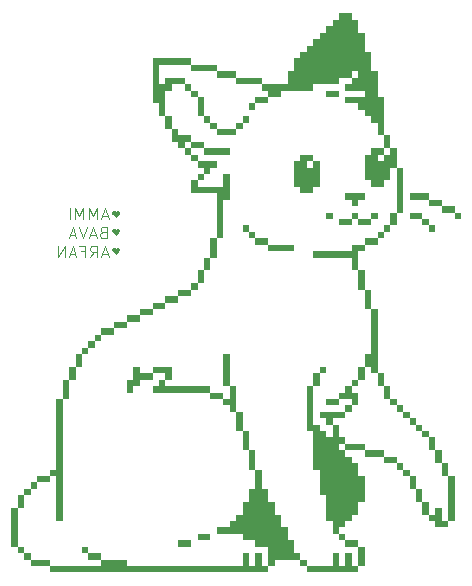
<source format=gbr>
%TF.GenerationSoftware,KiCad,Pcbnew,9.0.3*%
%TF.CreationDate,2025-08-02T05:31:17+05:30*%
%TF.ProjectId,coolbuildpathfinder,636f6f6c-6275-4696-9c64-706174686669,rev?*%
%TF.SameCoordinates,Original*%
%TF.FileFunction,Legend,Bot*%
%TF.FilePolarity,Positive*%
%FSLAX46Y46*%
G04 Gerber Fmt 4.6, Leading zero omitted, Abs format (unit mm)*
G04 Created by KiCad (PCBNEW 9.0.3) date 2025-08-02 05:31:17*
%MOMM*%
%LPD*%
G01*
G04 APERTURE LIST*
%ADD10C,0.125000*%
%ADD11C,0.000000*%
G04 APERTURE END LIST*
D10*
X136127287Y-91165516D02*
X135651097Y-91165516D01*
X136222525Y-91451231D02*
X135889192Y-90451231D01*
X135889192Y-90451231D02*
X135555859Y-91451231D01*
X135222525Y-91451231D02*
X135222525Y-90451231D01*
X135222525Y-90451231D02*
X134889192Y-91165516D01*
X134889192Y-91165516D02*
X134555859Y-90451231D01*
X134555859Y-90451231D02*
X134555859Y-91451231D01*
X134079668Y-91451231D02*
X134079668Y-90451231D01*
X134079668Y-90451231D02*
X133746335Y-91165516D01*
X133746335Y-91165516D02*
X133413002Y-90451231D01*
X133413002Y-90451231D02*
X133413002Y-91451231D01*
X132936811Y-91451231D02*
X132936811Y-90451231D01*
X135746335Y-92537365D02*
X135603478Y-92584984D01*
X135603478Y-92584984D02*
X135555859Y-92632603D01*
X135555859Y-92632603D02*
X135508240Y-92727841D01*
X135508240Y-92727841D02*
X135508240Y-92870698D01*
X135508240Y-92870698D02*
X135555859Y-92965936D01*
X135555859Y-92965936D02*
X135603478Y-93013556D01*
X135603478Y-93013556D02*
X135698716Y-93061175D01*
X135698716Y-93061175D02*
X136079668Y-93061175D01*
X136079668Y-93061175D02*
X136079668Y-92061175D01*
X136079668Y-92061175D02*
X135746335Y-92061175D01*
X135746335Y-92061175D02*
X135651097Y-92108794D01*
X135651097Y-92108794D02*
X135603478Y-92156413D01*
X135603478Y-92156413D02*
X135555859Y-92251651D01*
X135555859Y-92251651D02*
X135555859Y-92346889D01*
X135555859Y-92346889D02*
X135603478Y-92442127D01*
X135603478Y-92442127D02*
X135651097Y-92489746D01*
X135651097Y-92489746D02*
X135746335Y-92537365D01*
X135746335Y-92537365D02*
X136079668Y-92537365D01*
X135127287Y-92775460D02*
X134651097Y-92775460D01*
X135222525Y-93061175D02*
X134889192Y-92061175D01*
X134889192Y-92061175D02*
X134555859Y-93061175D01*
X134365382Y-92061175D02*
X134032049Y-93061175D01*
X134032049Y-93061175D02*
X133698716Y-92061175D01*
X133413001Y-92775460D02*
X132936811Y-92775460D01*
X133508239Y-93061175D02*
X133174906Y-92061175D01*
X133174906Y-92061175D02*
X132841573Y-93061175D01*
X136127287Y-94385404D02*
X135651097Y-94385404D01*
X136222525Y-94671119D02*
X135889192Y-93671119D01*
X135889192Y-93671119D02*
X135555859Y-94671119D01*
X134651097Y-94671119D02*
X134984430Y-94194928D01*
X135222525Y-94671119D02*
X135222525Y-93671119D01*
X135222525Y-93671119D02*
X134841573Y-93671119D01*
X134841573Y-93671119D02*
X134746335Y-93718738D01*
X134746335Y-93718738D02*
X134698716Y-93766357D01*
X134698716Y-93766357D02*
X134651097Y-93861595D01*
X134651097Y-93861595D02*
X134651097Y-94004452D01*
X134651097Y-94004452D02*
X134698716Y-94099690D01*
X134698716Y-94099690D02*
X134746335Y-94147309D01*
X134746335Y-94147309D02*
X134841573Y-94194928D01*
X134841573Y-94194928D02*
X135222525Y-94194928D01*
X133889192Y-94147309D02*
X134222525Y-94147309D01*
X134222525Y-94671119D02*
X134222525Y-93671119D01*
X134222525Y-93671119D02*
X133746335Y-93671119D01*
X133413001Y-94385404D02*
X132936811Y-94385404D01*
X133508239Y-94671119D02*
X133174906Y-93671119D01*
X133174906Y-93671119D02*
X132841573Y-94671119D01*
X132508239Y-94671119D02*
X132508239Y-93671119D01*
X132508239Y-93671119D02*
X131936811Y-94671119D01*
X131936811Y-94671119D02*
X131936811Y-93671119D01*
D11*
%TO.C,G\u002A\u002A\u002A*%
G36*
X136848976Y-92283146D02*
G01*
X136848976Y-92321414D01*
X136887244Y-92321414D01*
X136925513Y-92321414D01*
X136925513Y-92283146D01*
X136925513Y-92244877D01*
X137037766Y-92244877D01*
X137150020Y-92244877D01*
X137150020Y-92283146D01*
X137150020Y-92321414D01*
X137188289Y-92321414D01*
X137226557Y-92321414D01*
X137226557Y-92433668D01*
X137226557Y-92545922D01*
X137188289Y-92545922D01*
X137150020Y-92545922D01*
X137150020Y-92584190D01*
X137150020Y-92622459D01*
X137114303Y-92622459D01*
X137078586Y-92622459D01*
X137078586Y-92658176D01*
X137078586Y-92693893D01*
X137040318Y-92693893D01*
X137002049Y-92693893D01*
X137002049Y-92732161D01*
X137002049Y-92770430D01*
X136963781Y-92770430D01*
X136925513Y-92770430D01*
X136925513Y-92808698D01*
X136925513Y-92846967D01*
X136887244Y-92846967D01*
X136848976Y-92846967D01*
X136848976Y-92808698D01*
X136848976Y-92770430D01*
X136813259Y-92770430D01*
X136777542Y-92770430D01*
X136777542Y-92732161D01*
X136777542Y-92693893D01*
X136739273Y-92693893D01*
X136701005Y-92693893D01*
X136701005Y-92658176D01*
X136701005Y-92622459D01*
X136662736Y-92622459D01*
X136624468Y-92622459D01*
X136624468Y-92584190D01*
X136624468Y-92545922D01*
X136588751Y-92545922D01*
X136553034Y-92545922D01*
X136553034Y-92433668D01*
X136553034Y-92321414D01*
X136588751Y-92321414D01*
X136624468Y-92321414D01*
X136624468Y-92283146D01*
X136624468Y-92244877D01*
X136736722Y-92244877D01*
X136848976Y-92244877D01*
X136848976Y-92283146D01*
G37*
G36*
X129074565Y-115358500D02*
G01*
X129074565Y-115902543D01*
X128802544Y-115902543D01*
X128530522Y-115902543D01*
X128530522Y-115358500D01*
X128530522Y-114814458D01*
X128802544Y-114814458D01*
X129074565Y-114814458D01*
X129074565Y-115358500D01*
G37*
G36*
X129618608Y-114542436D02*
G01*
X129618608Y-114814458D01*
X129346586Y-114814458D01*
X129074565Y-114814458D01*
X129074565Y-114542436D01*
X129074565Y-114270415D01*
X129346586Y-114270415D01*
X129618608Y-114270415D01*
X129618608Y-114542436D01*
G37*
G36*
X130162651Y-113998393D02*
G01*
X130162651Y-114270415D01*
X129890629Y-114270415D01*
X129618608Y-114270415D01*
X129618608Y-113998393D01*
X129618608Y-113726372D01*
X129890629Y-113726372D01*
X130162651Y-113726372D01*
X130162651Y-113998393D01*
G37*
G36*
X131250736Y-113454350D02*
G01*
X131250736Y-113726372D01*
X130706694Y-113726372D01*
X130162651Y-113726372D01*
X130162651Y-113454350D01*
X130162651Y-113182329D01*
X130706694Y-113182329D01*
X131250736Y-113182329D01*
X131250736Y-113454350D01*
G37*
G36*
X132882865Y-105837751D02*
G01*
X132882865Y-106653815D01*
X132610843Y-106653815D01*
X132338822Y-106653815D01*
X132338822Y-105837751D01*
X132338822Y-105021686D01*
X132610843Y-105021686D01*
X132882865Y-105021686D01*
X132882865Y-105837751D01*
G37*
G36*
X133426908Y-104477644D02*
G01*
X133426908Y-105021686D01*
X133154886Y-105021686D01*
X132882865Y-105021686D01*
X132882865Y-104477644D01*
X132882865Y-103933601D01*
X133154886Y-103933601D01*
X133426908Y-103933601D01*
X133426908Y-104477644D01*
G37*
G36*
X133970951Y-103389558D02*
G01*
X133970951Y-103933601D01*
X133698929Y-103933601D01*
X133426908Y-103933601D01*
X133426908Y-103389558D01*
X133426908Y-102845515D01*
X133698929Y-102845515D01*
X133970951Y-102845515D01*
X133970951Y-103389558D01*
G37*
G36*
X134514993Y-102573494D02*
G01*
X134514993Y-102845515D01*
X134242972Y-102845515D01*
X133970951Y-102845515D01*
X133970951Y-102573494D01*
X133970951Y-102301472D01*
X134242972Y-102301472D01*
X134514993Y-102301472D01*
X134514993Y-102573494D01*
G37*
G36*
X135059036Y-102029451D02*
G01*
X135059036Y-102301472D01*
X134787015Y-102301472D01*
X134514993Y-102301472D01*
X134514993Y-102029451D01*
X134514993Y-101757429D01*
X134787015Y-101757429D01*
X135059036Y-101757429D01*
X135059036Y-102029451D01*
G37*
G36*
X135603079Y-101485408D02*
G01*
X135603079Y-101757429D01*
X135331058Y-101757429D01*
X135059036Y-101757429D01*
X135059036Y-101485408D01*
X135059036Y-101213387D01*
X135331058Y-101213387D01*
X135603079Y-101213387D01*
X135603079Y-101485408D01*
G37*
G36*
X136691165Y-100941365D02*
G01*
X136691165Y-101213387D01*
X136147122Y-101213387D01*
X135603079Y-101213387D01*
X135603079Y-100941365D01*
X135603079Y-100669344D01*
X136147122Y-100669344D01*
X136691165Y-100669344D01*
X136691165Y-100941365D01*
G37*
G36*
X137779250Y-100397322D02*
G01*
X137779250Y-100669344D01*
X137235208Y-100669344D01*
X136691165Y-100669344D01*
X136691165Y-100397322D01*
X136691165Y-100125301D01*
X137235208Y-100125301D01*
X137779250Y-100125301D01*
X137779250Y-100397322D01*
G37*
G36*
X138867336Y-99853279D02*
G01*
X138867336Y-100125301D01*
X138323293Y-100125301D01*
X137779250Y-100125301D01*
X137779250Y-99853279D01*
X137779250Y-99581258D01*
X138323293Y-99581258D01*
X138867336Y-99581258D01*
X138867336Y-99853279D01*
G37*
G36*
X139955422Y-99309237D02*
G01*
X139955422Y-99581258D01*
X139411379Y-99581258D01*
X138867336Y-99581258D01*
X138867336Y-99309237D01*
X138867336Y-99037215D01*
X139411379Y-99037215D01*
X139955422Y-99037215D01*
X139955422Y-99309237D01*
G37*
G36*
X141043507Y-98765194D02*
G01*
X141043507Y-99037215D01*
X140499465Y-99037215D01*
X139955422Y-99037215D01*
X139955422Y-98765194D01*
X139955422Y-98493172D01*
X140499465Y-98493172D01*
X141043507Y-98493172D01*
X141043507Y-98765194D01*
G37*
G36*
X142131593Y-98221151D02*
G01*
X142131593Y-98493172D01*
X141587550Y-98493172D01*
X141043507Y-98493172D01*
X141043507Y-98221151D01*
X141043507Y-97949130D01*
X141587550Y-97949130D01*
X142131593Y-97949130D01*
X142131593Y-98221151D01*
G37*
G36*
X143219679Y-97677108D02*
G01*
X143219679Y-97949130D01*
X142675636Y-97949130D01*
X142131593Y-97949130D01*
X142131593Y-97677108D01*
X142131593Y-97405087D01*
X142675636Y-97405087D01*
X143219679Y-97405087D01*
X143219679Y-97677108D01*
G37*
G36*
X143219679Y-118894779D02*
G01*
X143219679Y-119166800D01*
X142675636Y-119166800D01*
X142131593Y-119166800D01*
X142131593Y-118894779D01*
X142131593Y-118622757D01*
X142675636Y-118622757D01*
X143219679Y-118622757D01*
X143219679Y-118894779D01*
G37*
G36*
X143763722Y-97133065D02*
G01*
X143763722Y-97405087D01*
X143491700Y-97405087D01*
X143219679Y-97405087D01*
X143219679Y-97133065D01*
X143219679Y-96861044D01*
X143491700Y-96861044D01*
X143763722Y-96861044D01*
X143763722Y-97133065D01*
G37*
G36*
X144307764Y-87884337D02*
G01*
X144307764Y-88156358D01*
X144035743Y-88156358D01*
X143763722Y-88156358D01*
X143763722Y-87884337D01*
X143763722Y-87612316D01*
X144035743Y-87612316D01*
X144307764Y-87612316D01*
X144307764Y-87884337D01*
G37*
G36*
X144307764Y-96317001D02*
G01*
X144307764Y-96861044D01*
X144035743Y-96861044D01*
X143763722Y-96861044D01*
X143763722Y-96317001D01*
X143763722Y-95772958D01*
X144035743Y-95772958D01*
X144307764Y-95772958D01*
X144307764Y-96317001D01*
G37*
G36*
X144851807Y-118350736D02*
G01*
X144851807Y-118622757D01*
X144307764Y-118622757D01*
X143763722Y-118622757D01*
X143763722Y-118350736D01*
X143763722Y-118078715D01*
X144307764Y-118078715D01*
X144851807Y-118078715D01*
X144851807Y-118350736D01*
G37*
G36*
X144851807Y-95228915D02*
G01*
X144851807Y-95772958D01*
X144579786Y-95772958D01*
X144307764Y-95772958D01*
X144307764Y-95228915D01*
X144307764Y-94684873D01*
X144579786Y-94684873D01*
X144851807Y-94684873D01*
X144851807Y-95228915D01*
G37*
G36*
X145395850Y-93868808D02*
G01*
X145395850Y-94684873D01*
X145123829Y-94684873D01*
X144851807Y-94684873D01*
X144851807Y-93868808D01*
X144851807Y-93052744D01*
X145123829Y-93052744D01*
X145395850Y-93052744D01*
X145395850Y-93868808D01*
G37*
G36*
X148116064Y-82987952D02*
G01*
X148116064Y-83259973D01*
X147844043Y-83259973D01*
X147572021Y-83259973D01*
X147572021Y-82987952D01*
X147572021Y-82715930D01*
X147844043Y-82715930D01*
X148116064Y-82715930D01*
X148116064Y-82987952D01*
G37*
G36*
X148660107Y-81899866D02*
G01*
X148660107Y-82171887D01*
X148388086Y-82171887D01*
X148116064Y-82171887D01*
X148116064Y-81899866D01*
X148116064Y-81627844D01*
X148388086Y-81627844D01*
X148660107Y-81627844D01*
X148660107Y-81899866D01*
G37*
G36*
X149748193Y-81355823D02*
G01*
X149748193Y-81627844D01*
X149204150Y-81627844D01*
X148660107Y-81627844D01*
X148660107Y-81355823D01*
X148660107Y-81083802D01*
X149204150Y-81083802D01*
X149748193Y-81083802D01*
X149748193Y-81355823D01*
G37*
G36*
X154100536Y-105021686D02*
G01*
X154100536Y-105565729D01*
X153828514Y-105565729D01*
X153556493Y-105565729D01*
X153556493Y-105021686D01*
X153556493Y-104477644D01*
X153828514Y-104477644D01*
X154100536Y-104477644D01*
X154100536Y-105021686D01*
G37*
G36*
X154644578Y-104205622D02*
G01*
X154644578Y-104477644D01*
X154372557Y-104477644D01*
X154100536Y-104477644D01*
X154100536Y-104205622D01*
X154100536Y-103933601D01*
X154372557Y-103933601D01*
X154644578Y-103933601D01*
X154644578Y-104205622D01*
G37*
G36*
X155732664Y-80811780D02*
G01*
X155732664Y-81083802D01*
X155188621Y-81083802D01*
X154644578Y-81083802D01*
X154644578Y-80811780D01*
X154644578Y-80539759D01*
X155188621Y-80539759D01*
X155732664Y-80539759D01*
X155732664Y-80811780D01*
G37*
G36*
X155188621Y-91148594D02*
G01*
X155188621Y-91420616D01*
X154916600Y-91420616D01*
X154644578Y-91420616D01*
X154644578Y-91148594D01*
X154644578Y-90876573D01*
X154916600Y-90876573D01*
X155188621Y-90876573D01*
X155188621Y-91148594D01*
G37*
G36*
X155732664Y-106925836D02*
G01*
X155732664Y-107197858D01*
X155188621Y-107197858D01*
X154644578Y-107197858D01*
X154644578Y-106925836D01*
X154644578Y-106653815D01*
X155188621Y-106653815D01*
X155732664Y-106653815D01*
X155732664Y-106925836D01*
G37*
G36*
X156820750Y-91692637D02*
G01*
X156820750Y-91964658D01*
X156276707Y-91964658D01*
X155732664Y-91964658D01*
X155732664Y-91692637D01*
X155732664Y-91420616D01*
X156276707Y-91420616D01*
X156820750Y-91420616D01*
X156820750Y-91692637D01*
G37*
G36*
X156820750Y-107469879D02*
G01*
X156820750Y-107741901D01*
X156548728Y-107741901D01*
X156276707Y-107741901D01*
X156276707Y-107469879D01*
X156276707Y-107197858D01*
X156548728Y-107197858D01*
X156820750Y-107197858D01*
X156820750Y-107469879D01*
G37*
G36*
X157364793Y-105293708D02*
G01*
X157364793Y-105565729D01*
X157092771Y-105565729D01*
X156820750Y-105565729D01*
X156820750Y-105293708D01*
X156820750Y-105021686D01*
X157092771Y-105021686D01*
X157364793Y-105021686D01*
X157364793Y-105293708D01*
G37*
G36*
X157908835Y-104477644D02*
G01*
X157908835Y-105021686D01*
X157636814Y-105021686D01*
X157364793Y-105021686D01*
X157364793Y-104477644D01*
X157364793Y-103933601D01*
X157636814Y-103933601D01*
X157908835Y-103933601D01*
X157908835Y-104477644D01*
G37*
G36*
X158996921Y-93324765D02*
G01*
X158996921Y-93596787D01*
X158452878Y-93596787D01*
X157908835Y-93596787D01*
X157908835Y-93324765D01*
X157908835Y-93052744D01*
X158452878Y-93052744D01*
X158996921Y-93052744D01*
X158996921Y-93324765D01*
G37*
G36*
X159540964Y-92780723D02*
G01*
X159540964Y-93052744D01*
X159268943Y-93052744D01*
X158996921Y-93052744D01*
X158996921Y-92780723D01*
X158996921Y-92508701D01*
X159268943Y-92508701D01*
X159540964Y-92508701D01*
X159540964Y-92780723D01*
G37*
G36*
X160085007Y-92236680D02*
G01*
X160085007Y-92508701D01*
X159812985Y-92508701D01*
X159540964Y-92508701D01*
X159540964Y-92236680D01*
X159540964Y-91964658D01*
X159812985Y-91964658D01*
X160085007Y-91964658D01*
X160085007Y-92236680D01*
G37*
G36*
X160629050Y-91420616D02*
G01*
X160629050Y-91964658D01*
X160357028Y-91964658D01*
X160085007Y-91964658D01*
X160085007Y-91420616D01*
X160085007Y-90876573D01*
X160357028Y-90876573D01*
X160629050Y-90876573D01*
X160629050Y-91420616D01*
G37*
G36*
X132338822Y-111822222D02*
G01*
X132338822Y-116990629D01*
X132066801Y-116990629D01*
X131794779Y-116990629D01*
X131794779Y-115086479D01*
X131794779Y-113182329D01*
X131522758Y-113182329D01*
X131250736Y-113182329D01*
X131250736Y-112910308D01*
X131250736Y-112638286D01*
X131522758Y-112638286D01*
X131794779Y-112638286D01*
X131794779Y-109646051D01*
X131794779Y-106653815D01*
X132066801Y-106653815D01*
X132338822Y-106653815D01*
X132338822Y-111822222D01*
G37*
G36*
X135059036Y-119710843D02*
G01*
X135603079Y-119710843D01*
X135603079Y-119982865D01*
X135603079Y-120254886D01*
X135059036Y-120254886D01*
X134514993Y-120254886D01*
X134514993Y-119982865D01*
X134514993Y-119710843D01*
X135059036Y-119710843D01*
G37*
G36*
X134514993Y-119438822D02*
G01*
X134514993Y-119710843D01*
X134242972Y-119710843D01*
X133970951Y-119710843D01*
X133970951Y-119438822D01*
X133970951Y-119166800D01*
X134242972Y-119166800D01*
X134514993Y-119166800D01*
X134514993Y-119438822D01*
G37*
G36*
X145395850Y-85436144D02*
G01*
X146483936Y-85436144D01*
X146483936Y-85708166D01*
X146483936Y-85980187D01*
X145395850Y-85980187D01*
X144307764Y-85980187D01*
X144307764Y-85708166D01*
X144307764Y-85436144D01*
X145395850Y-85436144D01*
G37*
G36*
X144307764Y-85164123D02*
G01*
X144307764Y-85436144D01*
X143763722Y-85436144D01*
X143219679Y-85436144D01*
X143219679Y-85164123D01*
X143219679Y-84892101D01*
X143763722Y-84892101D01*
X144307764Y-84892101D01*
X144307764Y-85164123D01*
G37*
G36*
X156276707Y-108013922D02*
G01*
X156276707Y-108285943D01*
X155732664Y-108285943D01*
X155188621Y-108285943D01*
X155188621Y-108557965D01*
X155188621Y-108829986D01*
X154916600Y-108829986D01*
X154644578Y-108829986D01*
X154644578Y-108557965D01*
X154644578Y-108285943D01*
X154372557Y-108285943D01*
X154100536Y-108285943D01*
X154100536Y-108013922D01*
X154100536Y-107741901D01*
X155188621Y-107741901D01*
X156276707Y-107741901D01*
X156276707Y-108013922D01*
G37*
G36*
X157908835Y-89516466D02*
G01*
X157908835Y-89788487D01*
X157636814Y-89788487D01*
X157364793Y-89788487D01*
X157364793Y-90060508D01*
X157364793Y-90332530D01*
X157092771Y-90332530D01*
X156820750Y-90332530D01*
X156820750Y-90060508D01*
X156820750Y-89788487D01*
X156548728Y-89788487D01*
X156276707Y-89788487D01*
X156276707Y-89516466D01*
X156276707Y-89244444D01*
X157092771Y-89244444D01*
X157908835Y-89244444D01*
X157908835Y-89516466D01*
G37*
G36*
X156820750Y-105837751D02*
G01*
X156820750Y-106109772D01*
X157092771Y-106109772D01*
X157364793Y-106109772D01*
X157364793Y-106653815D01*
X157364793Y-107197858D01*
X157092771Y-107197858D01*
X156820750Y-107197858D01*
X156820750Y-106925836D01*
X156820750Y-106653815D01*
X156276707Y-106653815D01*
X155732664Y-106653815D01*
X155732664Y-106381794D01*
X155732664Y-106109772D01*
X156004685Y-106109772D01*
X156276707Y-106109772D01*
X156276707Y-105837751D01*
X156276707Y-105565729D01*
X156548728Y-105565729D01*
X156820750Y-105565729D01*
X156820750Y-105837751D01*
G37*
G36*
X146483936Y-88700401D02*
G01*
X146483936Y-89788487D01*
X146211914Y-89788487D01*
X145939893Y-89788487D01*
X145939893Y-91420616D01*
X145939893Y-93052744D01*
X145667872Y-93052744D01*
X145395850Y-93052744D01*
X145395850Y-91148594D01*
X145395850Y-89244444D01*
X144307764Y-89244444D01*
X143219679Y-89244444D01*
X143219679Y-88700401D01*
X143219679Y-88156358D01*
X143491700Y-88156358D01*
X143763722Y-88156358D01*
X143763722Y-88428380D01*
X143763722Y-88700401D01*
X144851807Y-88700401D01*
X145939893Y-88700401D01*
X145939893Y-88156358D01*
X145939893Y-87612316D01*
X146211914Y-87612316D01*
X146483936Y-87612316D01*
X146483936Y-88700401D01*
G37*
G36*
X157364793Y-91148594D02*
G01*
X157364793Y-91420616D01*
X157908835Y-91420616D01*
X158452878Y-91420616D01*
X158452878Y-91148594D01*
X158452878Y-90876573D01*
X158724900Y-90876573D01*
X158996921Y-90876573D01*
X158996921Y-91148594D01*
X158996921Y-91420616D01*
X158724900Y-91420616D01*
X158452878Y-91420616D01*
X158452878Y-91692637D01*
X158452878Y-91964658D01*
X157908835Y-91964658D01*
X157364793Y-91964658D01*
X157364793Y-91692637D01*
X157364793Y-91420616D01*
X157092771Y-91420616D01*
X156820750Y-91420616D01*
X156820750Y-91148594D01*
X156820750Y-90876573D01*
X157092771Y-90876573D01*
X157364793Y-90876573D01*
X157364793Y-91148594D01*
G37*
G36*
X163621285Y-91964658D02*
G01*
X163893307Y-91964658D01*
X163893307Y-92236680D01*
X163893307Y-92508701D01*
X163621285Y-92508701D01*
X163349264Y-92508701D01*
X163349264Y-92236680D01*
X163349264Y-91964658D01*
X163621285Y-91964658D01*
G37*
G36*
X163077242Y-91420616D02*
G01*
X163349264Y-91420616D01*
X163349264Y-91692637D01*
X163349264Y-91964658D01*
X163077242Y-91964658D01*
X162805221Y-91964658D01*
X162805221Y-91692637D01*
X162805221Y-91420616D01*
X163077242Y-91420616D01*
G37*
G36*
X162805221Y-91148594D02*
G01*
X162805221Y-91420616D01*
X162261178Y-91420616D01*
X161717135Y-91420616D01*
X161717135Y-91148594D01*
X161717135Y-90876573D01*
X162261178Y-90876573D01*
X162805221Y-90876573D01*
X162805221Y-91148594D01*
G37*
G36*
X150836279Y-93596787D02*
G01*
X151924364Y-93596787D01*
X151924364Y-93868808D01*
X151924364Y-94140830D01*
X150836279Y-94140830D01*
X149748193Y-94140830D01*
X149748193Y-93868808D01*
X149748193Y-93596787D01*
X150836279Y-93596787D01*
G37*
G36*
X149204150Y-93052744D02*
G01*
X149748193Y-93052744D01*
X149748193Y-93324765D01*
X149748193Y-93596787D01*
X149204150Y-93596787D01*
X148660107Y-93596787D01*
X148660107Y-93324765D01*
X148660107Y-93052744D01*
X149204150Y-93052744D01*
G37*
G36*
X148388086Y-92508701D02*
G01*
X148660107Y-92508701D01*
X148660107Y-92780723D01*
X148660107Y-93052744D01*
X148388086Y-93052744D01*
X148116064Y-93052744D01*
X148116064Y-92780723D01*
X148116064Y-92508701D01*
X148388086Y-92508701D01*
G37*
G36*
X148116064Y-92236680D02*
G01*
X148116064Y-92508701D01*
X147844043Y-92508701D01*
X147572021Y-92508701D01*
X147572021Y-92236680D01*
X147572021Y-91964658D01*
X147844043Y-91964658D01*
X148116064Y-91964658D01*
X148116064Y-92236680D01*
G37*
G36*
X165797457Y-90876573D02*
G01*
X166069478Y-90876573D01*
X166069478Y-91148594D01*
X166069478Y-91420616D01*
X165797457Y-91420616D01*
X165525435Y-91420616D01*
X165525435Y-91148594D01*
X165525435Y-90876573D01*
X165797457Y-90876573D01*
G37*
G36*
X164981392Y-90332530D02*
G01*
X165525435Y-90332530D01*
X165525435Y-90604551D01*
X165525435Y-90876573D01*
X164981392Y-90876573D01*
X164437349Y-90876573D01*
X164437349Y-90604551D01*
X164437349Y-90332530D01*
X164981392Y-90332530D01*
G37*
G36*
X163893307Y-89788487D02*
G01*
X164437349Y-89788487D01*
X164437349Y-90060508D01*
X164437349Y-90332530D01*
X163893307Y-90332530D01*
X163349264Y-90332530D01*
X163349264Y-90060508D01*
X163349264Y-89788487D01*
X163893307Y-89788487D01*
G37*
G36*
X163349264Y-89516466D02*
G01*
X163349264Y-89788487D01*
X162533200Y-89788487D01*
X161717135Y-89788487D01*
X161717135Y-89516466D01*
X161717135Y-89244444D01*
X162533200Y-89244444D01*
X163349264Y-89244444D01*
X163349264Y-89516466D01*
G37*
G36*
X153556493Y-86252209D02*
G01*
X153556493Y-86524230D01*
X153284471Y-86524230D01*
X153012450Y-86524230D01*
X153012450Y-86796251D01*
X153012450Y-87068273D01*
X153284471Y-87068273D01*
X153556493Y-87068273D01*
X153556493Y-86796251D01*
X153556493Y-86524230D01*
X153828514Y-86524230D01*
X154100536Y-86524230D01*
X154100536Y-86796251D01*
X154100536Y-87612316D01*
X154100536Y-88700401D01*
X153828514Y-88700401D01*
X153556493Y-88700401D01*
X153556493Y-88972423D01*
X153556493Y-89244444D01*
X153012450Y-89244444D01*
X152468407Y-89244444D01*
X152468407Y-88972423D01*
X152468407Y-88700401D01*
X152196386Y-88700401D01*
X151924364Y-88700401D01*
X151924364Y-87612316D01*
X151924364Y-86524230D01*
X152196386Y-86524230D01*
X152468407Y-86524230D01*
X152468407Y-86252209D01*
X152468407Y-85980187D01*
X153012450Y-85980187D01*
X153556493Y-85980187D01*
X153556493Y-86252209D01*
G37*
G36*
X138867336Y-104205622D02*
G01*
X138867336Y-104477644D01*
X139411379Y-104477644D01*
X139955422Y-104477644D01*
X139955422Y-104205622D01*
X139955422Y-103933601D01*
X140771486Y-103933601D01*
X141587550Y-103933601D01*
X141587550Y-104477644D01*
X141587550Y-105021686D01*
X141315529Y-105021686D01*
X141043507Y-105021686D01*
X141043507Y-104749665D01*
X141043507Y-104477644D01*
X140499465Y-104477644D01*
X139955422Y-104477644D01*
X139955422Y-104749665D01*
X139955422Y-105021686D01*
X139411379Y-105021686D01*
X138867336Y-105021686D01*
X138867336Y-105293708D01*
X138867336Y-105565729D01*
X138595315Y-105565729D01*
X138323293Y-105565729D01*
X138323293Y-105837751D01*
X138323293Y-106109772D01*
X138051272Y-106109772D01*
X137779250Y-106109772D01*
X137779250Y-105565729D01*
X137779250Y-105021686D01*
X138051272Y-105021686D01*
X138323293Y-105021686D01*
X138323293Y-104477644D01*
X138323293Y-103933601D01*
X138595315Y-103933601D01*
X138867336Y-103933601D01*
X138867336Y-104205622D01*
G37*
G36*
X145123829Y-83259973D02*
G01*
X145395850Y-83259973D01*
X145395850Y-83531994D01*
X145395850Y-83804016D01*
X146211914Y-83804016D01*
X147027979Y-83804016D01*
X147027979Y-83531994D01*
X147027979Y-83259973D01*
X147300000Y-83259973D01*
X147572021Y-83259973D01*
X147572021Y-83531994D01*
X147572021Y-83804016D01*
X147300000Y-83804016D01*
X147027979Y-83804016D01*
X147027979Y-84076037D01*
X147027979Y-84348059D01*
X146211914Y-84348059D01*
X145395850Y-84348059D01*
X145395850Y-84076037D01*
X145395850Y-83804016D01*
X145123829Y-83804016D01*
X144851807Y-83804016D01*
X144851807Y-83531994D01*
X144851807Y-83259973D01*
X145123829Y-83259973D01*
G37*
G36*
X144579786Y-82715930D02*
G01*
X144851807Y-82715930D01*
X144851807Y-82987952D01*
X144851807Y-83259973D01*
X144579786Y-83259973D01*
X144307764Y-83259973D01*
X144307764Y-82987952D01*
X144307764Y-82715930D01*
X144579786Y-82715930D01*
G37*
G36*
X144035743Y-81083802D02*
G01*
X144307764Y-81083802D01*
X144307764Y-81899866D01*
X144307764Y-82715930D01*
X144035743Y-82715930D01*
X143763722Y-82715930D01*
X143763722Y-81899866D01*
X143763722Y-81083802D01*
X144035743Y-81083802D01*
G37*
G36*
X143491700Y-80539759D02*
G01*
X143763722Y-80539759D01*
X143763722Y-80811780D01*
X143763722Y-81083802D01*
X143491700Y-81083802D01*
X143219679Y-81083802D01*
X143219679Y-80811780D01*
X143219679Y-80539759D01*
X143491700Y-80539759D01*
G37*
G36*
X143219679Y-80267737D02*
G01*
X143219679Y-80539759D01*
X142947657Y-80539759D01*
X142675636Y-80539759D01*
X142675636Y-80267737D01*
X142675636Y-79995716D01*
X142947657Y-79995716D01*
X143219679Y-79995716D01*
X143219679Y-80267737D01*
G37*
G36*
X148388086Y-111006158D02*
G01*
X148660107Y-111006158D01*
X148660107Y-111822222D01*
X148660107Y-112638286D01*
X148388086Y-112638286D01*
X148116064Y-112638286D01*
X148116064Y-111822222D01*
X148116064Y-111006158D01*
X148388086Y-111006158D01*
G37*
G36*
X147844043Y-109374029D02*
G01*
X148116064Y-109374029D01*
X148116064Y-110190093D01*
X148116064Y-111006158D01*
X147844043Y-111006158D01*
X147572021Y-111006158D01*
X147572021Y-110190093D01*
X147572021Y-109374029D01*
X147844043Y-109374029D01*
G37*
G36*
X147300000Y-107741901D02*
G01*
X147572021Y-107741901D01*
X147572021Y-108557965D01*
X147572021Y-109374029D01*
X147300000Y-109374029D01*
X147027979Y-109374029D01*
X147027979Y-108557965D01*
X147027979Y-107741901D01*
X147300000Y-107741901D01*
G37*
G36*
X146755957Y-105565729D02*
G01*
X147027979Y-105565729D01*
X147027979Y-106653815D01*
X147027979Y-107741901D01*
X146755957Y-107741901D01*
X146483936Y-107741901D01*
X146483936Y-107469879D01*
X146483936Y-107197858D01*
X146211914Y-107197858D01*
X145939893Y-107197858D01*
X145939893Y-106925836D01*
X145939893Y-106653815D01*
X145395850Y-106653815D01*
X144851807Y-106653815D01*
X144851807Y-106381794D01*
X144851807Y-106109772D01*
X145395850Y-106109772D01*
X145939893Y-106109772D01*
X145939893Y-106381794D01*
X145939893Y-106653815D01*
X146211914Y-106653815D01*
X146483936Y-106653815D01*
X146483936Y-106109772D01*
X146483936Y-105565729D01*
X146755957Y-105565729D01*
G37*
G36*
X141043507Y-105293708D02*
G01*
X141043507Y-105565729D01*
X142947657Y-105565729D01*
X144851807Y-105565729D01*
X144851807Y-105837751D01*
X144851807Y-106109772D01*
X142403615Y-106109772D01*
X139955422Y-106109772D01*
X139955422Y-105837751D01*
X139955422Y-105565729D01*
X140227443Y-105565729D01*
X140499465Y-105565729D01*
X140499465Y-105293708D01*
X140499465Y-105021686D01*
X140771486Y-105021686D01*
X141043507Y-105021686D01*
X141043507Y-105293708D01*
G37*
G36*
X146483936Y-104205622D02*
G01*
X146483936Y-105565729D01*
X146211914Y-105565729D01*
X145939893Y-105565729D01*
X145939893Y-104205622D01*
X145939893Y-102845515D01*
X146211914Y-102845515D01*
X146483936Y-102845515D01*
X146483936Y-104205622D01*
G37*
G36*
X160901071Y-87068273D02*
G01*
X161173092Y-87068273D01*
X161173092Y-88972423D01*
X161173092Y-90876573D01*
X160901071Y-90876573D01*
X160629050Y-90876573D01*
X160629050Y-88972423D01*
X160629050Y-87068273D01*
X160901071Y-87068273D01*
G37*
G36*
X160629050Y-87068273D02*
G01*
X160357028Y-87068273D01*
X160085007Y-87068273D01*
X160085007Y-87612316D01*
X160085007Y-88156358D01*
X159812985Y-88156358D01*
X159540964Y-88156358D01*
X159540964Y-88428380D01*
X159540964Y-88700401D01*
X158996921Y-88700401D01*
X158452878Y-88700401D01*
X158452878Y-88428380D01*
X158452878Y-88156358D01*
X158180857Y-88156358D01*
X157908835Y-88156358D01*
X157908835Y-87068273D01*
X157908835Y-85980187D01*
X158180857Y-85980187D01*
X158452878Y-85980187D01*
X158996921Y-85980187D01*
X158996921Y-86252209D01*
X158996921Y-86524230D01*
X159268943Y-86524230D01*
X159540964Y-86524230D01*
X159540964Y-86252209D01*
X159540964Y-85980187D01*
X159268943Y-85980187D01*
X158996921Y-85980187D01*
X158452878Y-85980187D01*
X158452878Y-85708166D01*
X158452878Y-85436144D01*
X158996921Y-85436144D01*
X159540964Y-85436144D01*
X159540964Y-85708166D01*
X159540964Y-85980187D01*
X159812985Y-85980187D01*
X160085007Y-85980187D01*
X160085007Y-85708166D01*
X160085007Y-85436144D01*
X160357028Y-85436144D01*
X160629050Y-85436144D01*
X160629050Y-86252209D01*
X160629050Y-87068273D01*
G37*
G36*
X144579786Y-86524230D02*
G01*
X145395850Y-86524230D01*
X145395850Y-86796251D01*
X145395850Y-87068273D01*
X145123829Y-87068273D01*
X144851807Y-87068273D01*
X144851807Y-87340294D01*
X144851807Y-87612316D01*
X144579786Y-87612316D01*
X144307764Y-87612316D01*
X144307764Y-87340294D01*
X144307764Y-87068273D01*
X144035743Y-87068273D01*
X143763722Y-87068273D01*
X143763722Y-86796251D01*
X143763722Y-86524230D01*
X144579786Y-86524230D01*
G37*
G36*
X143491700Y-85980187D02*
G01*
X143763722Y-85980187D01*
X143763722Y-86252209D01*
X143763722Y-86524230D01*
X143491700Y-86524230D01*
X143219679Y-86524230D01*
X143219679Y-86252209D01*
X143219679Y-85980187D01*
X143491700Y-85980187D01*
G37*
G36*
X142947657Y-85436144D02*
G01*
X143219679Y-85436144D01*
X143219679Y-85708166D01*
X143219679Y-85980187D01*
X142947657Y-85980187D01*
X142675636Y-85980187D01*
X142675636Y-85708166D01*
X142675636Y-85436144D01*
X142947657Y-85436144D01*
G37*
G36*
X159812985Y-84348059D02*
G01*
X160085007Y-84348059D01*
X160085007Y-84892101D01*
X160085007Y-85436144D01*
X159812985Y-85436144D01*
X159540964Y-85436144D01*
X159540964Y-84892101D01*
X159540964Y-84348059D01*
X159812985Y-84348059D01*
G37*
G36*
X141859572Y-83804016D02*
G01*
X142131593Y-83804016D01*
X142131593Y-84076037D01*
X142131593Y-84348059D01*
X142675636Y-84348059D01*
X143219679Y-84348059D01*
X143219679Y-84620080D01*
X143219679Y-84892101D01*
X142947657Y-84892101D01*
X142675636Y-84892101D01*
X142675636Y-85164123D01*
X142675636Y-85436144D01*
X142403615Y-85436144D01*
X142131593Y-85436144D01*
X142131593Y-85164123D01*
X142131593Y-84892101D01*
X141859572Y-84892101D01*
X141587550Y-84892101D01*
X141587550Y-84348059D01*
X141587550Y-83804016D01*
X141859572Y-83804016D01*
G37*
G36*
X158996921Y-79995716D02*
G01*
X158996921Y-81083802D01*
X159268943Y-81083802D01*
X159540964Y-81083802D01*
X159540964Y-82715930D01*
X159540964Y-84348059D01*
X159268943Y-84348059D01*
X158996921Y-84348059D01*
X158996921Y-83804016D01*
X158996921Y-83259973D01*
X158724900Y-83259973D01*
X158452878Y-83259973D01*
X158452878Y-82987952D01*
X158452878Y-82715930D01*
X158180857Y-82715930D01*
X157908835Y-82715930D01*
X157908835Y-82443909D01*
X157908835Y-82171887D01*
X157636814Y-82171887D01*
X157364793Y-82171887D01*
X157364793Y-81899866D01*
X157364793Y-81627844D01*
X156820750Y-81627844D01*
X156276707Y-81627844D01*
X156276707Y-81355823D01*
X156276707Y-81083802D01*
X157092771Y-81083802D01*
X157908835Y-81083802D01*
X157908835Y-80811780D01*
X157908835Y-80539759D01*
X157092771Y-80539759D01*
X156276707Y-80539759D01*
X156276707Y-80267737D01*
X156276707Y-79995716D01*
X156548728Y-79995716D01*
X156820750Y-79995716D01*
X156820750Y-79723694D01*
X156820750Y-79451673D01*
X156276707Y-79451673D01*
X155732664Y-79451673D01*
X155732664Y-79723694D01*
X155732664Y-79995716D01*
X154644578Y-79995716D01*
X153556493Y-79995716D01*
X153556493Y-80267737D01*
X153556493Y-80539759D01*
X152196386Y-80539759D01*
X150836279Y-80539759D01*
X150836279Y-80811780D01*
X150836279Y-81083802D01*
X150292236Y-81083802D01*
X149748193Y-81083802D01*
X149748193Y-80811780D01*
X149748193Y-80539759D01*
X149476171Y-80539759D01*
X149204150Y-80539759D01*
X149204150Y-80267737D01*
X149204150Y-79995716D01*
X148116064Y-79995716D01*
X147027979Y-79995716D01*
X147027979Y-79723694D01*
X147027979Y-79451673D01*
X148116064Y-79451673D01*
X149204150Y-79451673D01*
X149204150Y-79723694D01*
X149204150Y-79995716D01*
X150292236Y-79995716D01*
X151380321Y-79995716D01*
X151380321Y-79451673D01*
X151380321Y-78907630D01*
X151652343Y-78907630D01*
X151924364Y-78907630D01*
X156820750Y-78907630D01*
X156820750Y-79179652D01*
X156820750Y-79451673D01*
X157092771Y-79451673D01*
X157364793Y-79451673D01*
X157364793Y-79179652D01*
X157364793Y-78907630D01*
X157092771Y-78907630D01*
X156820750Y-78907630D01*
X151924364Y-78907630D01*
X151924364Y-78363587D01*
X151924364Y-77819545D01*
X152196386Y-77819545D01*
X152468407Y-77819545D01*
X152468407Y-77547523D01*
X152468407Y-77275502D01*
X152740428Y-77275502D01*
X153012450Y-77275502D01*
X153012450Y-77003480D01*
X153012450Y-76731459D01*
X153284471Y-76731459D01*
X153556493Y-76731459D01*
X153556493Y-76459437D01*
X153556493Y-76187416D01*
X153828514Y-76187416D01*
X154100536Y-76187416D01*
X154100536Y-75915395D01*
X154100536Y-75643373D01*
X154372557Y-75643373D01*
X154644578Y-75643373D01*
X154644578Y-75371352D01*
X154644578Y-75099330D01*
X154916600Y-75099330D01*
X155188621Y-75099330D01*
X155188621Y-74827309D01*
X155188621Y-74555288D01*
X155460643Y-74555288D01*
X155732664Y-74555288D01*
X155732664Y-74283266D01*
X155732664Y-74011245D01*
X156276707Y-74011245D01*
X156820750Y-74011245D01*
X156820750Y-74283266D01*
X156820750Y-74555288D01*
X157092771Y-74555288D01*
X157364793Y-74555288D01*
X157364793Y-75099330D01*
X157364793Y-75643373D01*
X157636814Y-75643373D01*
X157908835Y-75643373D01*
X157908835Y-76459437D01*
X157908835Y-77275502D01*
X158180857Y-77275502D01*
X158452878Y-77275502D01*
X158452878Y-78091566D01*
X158452878Y-78907630D01*
X158724900Y-78907630D01*
X158996921Y-78907630D01*
X158996921Y-79179652D01*
X158996921Y-79995716D01*
G37*
G36*
X141315529Y-82715930D02*
G01*
X141587550Y-82715930D01*
X141587550Y-83259973D01*
X141587550Y-83804016D01*
X141315529Y-83804016D01*
X141043507Y-83804016D01*
X141043507Y-83259973D01*
X141043507Y-82715930D01*
X141315529Y-82715930D01*
G37*
G36*
X143219679Y-78091566D02*
G01*
X143219679Y-78363587D01*
X141859572Y-78363587D01*
X140499465Y-78363587D01*
X140499465Y-79179652D01*
X140499465Y-79995716D01*
X140771486Y-79995716D01*
X141043507Y-79995716D01*
X141043507Y-79723694D01*
X141043507Y-79451673D01*
X141859572Y-79451673D01*
X142675636Y-79451673D01*
X142675636Y-79723694D01*
X142675636Y-79995716D01*
X142131593Y-79995716D01*
X141587550Y-79995716D01*
X141587550Y-80267737D01*
X141587550Y-80539759D01*
X141315529Y-80539759D01*
X141043507Y-80539759D01*
X141043507Y-81627844D01*
X141043507Y-82715930D01*
X140771486Y-82715930D01*
X140499465Y-82715930D01*
X140499465Y-82171887D01*
X140499465Y-81627844D01*
X140227443Y-81627844D01*
X139955422Y-81627844D01*
X139955422Y-79723694D01*
X139955422Y-77819545D01*
X141587550Y-77819545D01*
X143219679Y-77819545D01*
X143219679Y-78091566D01*
G37*
G36*
X146211914Y-78907630D02*
G01*
X147027979Y-78907630D01*
X147027979Y-79179652D01*
X147027979Y-79451673D01*
X146211914Y-79451673D01*
X145395850Y-79451673D01*
X145395850Y-79179652D01*
X145395850Y-78907630D01*
X146211914Y-78907630D01*
G37*
G36*
X144307764Y-78363587D02*
G01*
X145395850Y-78363587D01*
X145395850Y-78635609D01*
X145395850Y-78907630D01*
X144307764Y-78907630D01*
X143219679Y-78907630D01*
X143219679Y-78635609D01*
X143219679Y-78363587D01*
X144307764Y-78363587D01*
G37*
G36*
X149204150Y-113454350D02*
G01*
X149204150Y-114270415D01*
X149476171Y-114270415D01*
X149748193Y-114270415D01*
X149748193Y-114814458D01*
X149748193Y-115358500D01*
X150020214Y-115358500D01*
X150292236Y-115358500D01*
X150292236Y-115902543D01*
X150292236Y-116446586D01*
X150564257Y-116446586D01*
X150836279Y-116446586D01*
X150836279Y-116990629D01*
X150836279Y-117534672D01*
X151108300Y-117534672D01*
X151380321Y-117534672D01*
X151380321Y-118078715D01*
X151380321Y-118622757D01*
X151652343Y-118622757D01*
X151924364Y-118622757D01*
X151924364Y-119166800D01*
X151924364Y-119710843D01*
X152196386Y-119710843D01*
X152468407Y-119710843D01*
X152468407Y-119982865D01*
X152468407Y-120254886D01*
X151380321Y-120254886D01*
X150292236Y-120254886D01*
X150292236Y-120526907D01*
X150292236Y-120798929D01*
X150020214Y-120798929D01*
X149748193Y-120798929D01*
X149748193Y-121053949D01*
X149748193Y-121308969D01*
X140499465Y-121308969D01*
X131250736Y-121308969D01*
X131250736Y-121053949D01*
X131250736Y-120798929D01*
X130434672Y-120798929D01*
X129618608Y-120798929D01*
X129618608Y-120526907D01*
X129618608Y-120254886D01*
X130434672Y-120254886D01*
X131250736Y-120254886D01*
X131250736Y-120526907D01*
X131250736Y-120798929D01*
X133426908Y-120798929D01*
X135603079Y-120798929D01*
X135603079Y-120526907D01*
X135603079Y-120254886D01*
X136691165Y-120254886D01*
X137779250Y-120254886D01*
X137779250Y-120526907D01*
X137779250Y-120798929D01*
X142675636Y-120798929D01*
X147572021Y-120798929D01*
X147572021Y-120254886D01*
X147572021Y-119710843D01*
X147844043Y-119710843D01*
X148116064Y-119710843D01*
X148116064Y-120254886D01*
X148116064Y-120798929D01*
X148388086Y-120798929D01*
X148660107Y-120798929D01*
X148660107Y-120254886D01*
X148660107Y-119710843D01*
X148932129Y-119710843D01*
X149204150Y-119710843D01*
X149204150Y-120254886D01*
X149204150Y-120798929D01*
X149476171Y-120798929D01*
X149748193Y-120798929D01*
X149748193Y-119982865D01*
X149748193Y-119166800D01*
X149204150Y-119166800D01*
X148660107Y-119166800D01*
X148660107Y-118894779D01*
X148660107Y-118622757D01*
X148116064Y-118622757D01*
X147572021Y-118622757D01*
X147572021Y-118350736D01*
X147572021Y-118078715D01*
X146483936Y-118078715D01*
X145395850Y-118078715D01*
X145395850Y-117806693D01*
X145395850Y-117534672D01*
X145939893Y-117534672D01*
X146483936Y-117534672D01*
X146483936Y-117262650D01*
X146483936Y-116990629D01*
X146755957Y-116990629D01*
X147027979Y-116990629D01*
X147027979Y-116718607D01*
X147027979Y-116446586D01*
X147300000Y-116446586D01*
X147572021Y-116446586D01*
X147572021Y-115902543D01*
X147572021Y-115358500D01*
X147844043Y-115358500D01*
X148116064Y-115358500D01*
X148116064Y-114814458D01*
X148116064Y-114270415D01*
X148388086Y-114270415D01*
X148660107Y-114270415D01*
X148660107Y-113454350D01*
X148660107Y-112638286D01*
X148932129Y-112638286D01*
X149204150Y-112638286D01*
X149204150Y-113454350D01*
G37*
G36*
X157636814Y-119166800D02*
G01*
X157908835Y-119166800D01*
X157908835Y-119982865D01*
X157908835Y-120798929D01*
X157636814Y-120798929D01*
X157364793Y-120798929D01*
X157364793Y-121053949D01*
X157364793Y-121308969D01*
X155188621Y-121308969D01*
X153012450Y-121308969D01*
X153012450Y-121053949D01*
X153012450Y-120798929D01*
X152740428Y-120798929D01*
X152468407Y-120798929D01*
X152468407Y-120526907D01*
X152468407Y-120254886D01*
X152740428Y-120254886D01*
X153012450Y-120254886D01*
X153012450Y-120526907D01*
X153012450Y-120798929D01*
X154100536Y-120798929D01*
X155188621Y-120798929D01*
X155188621Y-120254886D01*
X155188621Y-119710843D01*
X155460643Y-119710843D01*
X155732664Y-119710843D01*
X155732664Y-120254886D01*
X155732664Y-120798929D01*
X156004685Y-120798929D01*
X156276707Y-120798929D01*
X156276707Y-120254886D01*
X156276707Y-119710843D01*
X156548728Y-119710843D01*
X156820750Y-119710843D01*
X156820750Y-120254886D01*
X156820750Y-120798929D01*
X157092771Y-120798929D01*
X157364793Y-120798929D01*
X157364793Y-119982865D01*
X157364793Y-119166800D01*
X157636814Y-119166800D01*
G37*
G36*
X129346586Y-119710843D02*
G01*
X129618608Y-119710843D01*
X129618608Y-119982865D01*
X129618608Y-120254886D01*
X129346586Y-120254886D01*
X129074565Y-120254886D01*
X129074565Y-119982865D01*
X129074565Y-119710843D01*
X129346586Y-119710843D01*
G37*
G36*
X128802544Y-119166800D02*
G01*
X129074565Y-119166800D01*
X129074565Y-119438822D01*
X129074565Y-119710843D01*
X128802544Y-119710843D01*
X128530522Y-119710843D01*
X128530522Y-119438822D01*
X128530522Y-119166800D01*
X128802544Y-119166800D01*
G37*
G36*
X156820750Y-118622757D02*
G01*
X157364793Y-118622757D01*
X157364793Y-118894779D01*
X157364793Y-119166800D01*
X156820750Y-119166800D01*
X156276707Y-119166800D01*
X156276707Y-118894779D01*
X156276707Y-118622757D01*
X156820750Y-118622757D01*
G37*
G36*
X128530522Y-117534672D02*
G01*
X128530522Y-119166800D01*
X128258501Y-119166800D01*
X127986479Y-119166800D01*
X127986479Y-117534672D01*
X127986479Y-115902543D01*
X128258501Y-115902543D01*
X128530522Y-115902543D01*
X128530522Y-117534672D01*
G37*
G36*
X156004685Y-118078715D02*
G01*
X156276707Y-118078715D01*
X156276707Y-118350736D01*
X156276707Y-118622757D01*
X156004685Y-118622757D01*
X155732664Y-118622757D01*
X155732664Y-118350736D01*
X155732664Y-118078715D01*
X156004685Y-118078715D01*
G37*
G36*
X153556493Y-107197858D02*
G01*
X153556493Y-108829986D01*
X153828514Y-108829986D01*
X154100536Y-108829986D01*
X154100536Y-109102008D01*
X154100536Y-109374029D01*
X154372557Y-109374029D01*
X154644578Y-109374029D01*
X154644578Y-109646051D01*
X154644578Y-109918072D01*
X154916600Y-109918072D01*
X155188621Y-109918072D01*
X155188621Y-109374029D01*
X155188621Y-108829986D01*
X155460643Y-108829986D01*
X155732664Y-108829986D01*
X155732664Y-109374029D01*
X155732664Y-109918072D01*
X156004685Y-109918072D01*
X156276707Y-109918072D01*
X156276707Y-110190093D01*
X156276707Y-110462115D01*
X156004685Y-110462115D01*
X155732664Y-110462115D01*
X155732664Y-110734136D01*
X155732664Y-111006158D01*
X156004685Y-111006158D01*
X156276707Y-111006158D01*
X156276707Y-110734136D01*
X156276707Y-110462115D01*
X157092771Y-110462115D01*
X157908835Y-110462115D01*
X157908835Y-110734136D01*
X157908835Y-111006158D01*
X157092771Y-111006158D01*
X156276707Y-111006158D01*
X156276707Y-111278179D01*
X156276707Y-111550201D01*
X156548728Y-111550201D01*
X156820750Y-111550201D01*
X156820750Y-111822222D01*
X156820750Y-112094243D01*
X157092771Y-112094243D01*
X157364793Y-112094243D01*
X157364793Y-112638286D01*
X157364793Y-113182329D01*
X157636814Y-113182329D01*
X157908835Y-113182329D01*
X157908835Y-114270415D01*
X157908835Y-115358500D01*
X157636814Y-115358500D01*
X157364793Y-115358500D01*
X157364793Y-115902543D01*
X157364793Y-116446586D01*
X157092771Y-116446586D01*
X156820750Y-116446586D01*
X156820750Y-116718607D01*
X156820750Y-116990629D01*
X156548728Y-116990629D01*
X156276707Y-116990629D01*
X156276707Y-117262650D01*
X156276707Y-117534672D01*
X156004685Y-117534672D01*
X155732664Y-117534672D01*
X155732664Y-117806693D01*
X155732664Y-118078715D01*
X155460643Y-118078715D01*
X155188621Y-118078715D01*
X155188621Y-117534672D01*
X155188621Y-116990629D01*
X154916600Y-116990629D01*
X154644578Y-116990629D01*
X154644578Y-115902543D01*
X154644578Y-114814458D01*
X154372557Y-114814458D01*
X154100536Y-114814458D01*
X154100536Y-113726372D01*
X154100536Y-112638286D01*
X153828514Y-112638286D01*
X153556493Y-112638286D01*
X153556493Y-111006158D01*
X153556493Y-109374029D01*
X153284471Y-109374029D01*
X153012450Y-109374029D01*
X153012450Y-107469879D01*
X153012450Y-105565729D01*
X153284471Y-105565729D01*
X153556493Y-105565729D01*
X153556493Y-107197858D01*
G37*
G36*
X165253414Y-113182329D02*
G01*
X165525435Y-113182329D01*
X165525435Y-115086479D01*
X165525435Y-116990629D01*
X165253414Y-116990629D01*
X164981392Y-116990629D01*
X164981392Y-117262650D01*
X164981392Y-117534672D01*
X164437349Y-117534672D01*
X163893307Y-117534672D01*
X163893307Y-117262650D01*
X163893307Y-116990629D01*
X163621285Y-116990629D01*
X163349264Y-116990629D01*
X163349264Y-116718607D01*
X163349264Y-116446586D01*
X163077242Y-116446586D01*
X162805221Y-116446586D01*
X162805221Y-115902543D01*
X162805221Y-115358500D01*
X163077242Y-115358500D01*
X163349264Y-115358500D01*
X163349264Y-115902543D01*
X163349264Y-116446586D01*
X163621285Y-116446586D01*
X163893307Y-116446586D01*
X163893307Y-116174565D01*
X163893307Y-115902543D01*
X164165328Y-115902543D01*
X164437349Y-115902543D01*
X164437349Y-116446586D01*
X164437349Y-116990629D01*
X164709371Y-116990629D01*
X164981392Y-116990629D01*
X164981392Y-115086479D01*
X164981392Y-113182329D01*
X165253414Y-113182329D01*
G37*
G36*
X162533200Y-114270415D02*
G01*
X162805221Y-114270415D01*
X162805221Y-114814458D01*
X162805221Y-115358500D01*
X162533200Y-115358500D01*
X162261178Y-115358500D01*
X162261178Y-114814458D01*
X162261178Y-114270415D01*
X162533200Y-114270415D01*
G37*
G36*
X161989157Y-113182329D02*
G01*
X162261178Y-113182329D01*
X162261178Y-113726372D01*
X162261178Y-114270415D01*
X161989157Y-114270415D01*
X161717135Y-114270415D01*
X161717135Y-113726372D01*
X161717135Y-113182329D01*
X161989157Y-113182329D01*
G37*
G36*
X164709371Y-112094243D02*
G01*
X164981392Y-112094243D01*
X164981392Y-112638286D01*
X164981392Y-113182329D01*
X164709371Y-113182329D01*
X164437349Y-113182329D01*
X164437349Y-112638286D01*
X164437349Y-112094243D01*
X164709371Y-112094243D01*
G37*
G36*
X161445114Y-112638286D02*
G01*
X161717135Y-112638286D01*
X161717135Y-112910308D01*
X161717135Y-113182329D01*
X161445114Y-113182329D01*
X161173092Y-113182329D01*
X161173092Y-112910308D01*
X161173092Y-112638286D01*
X161445114Y-112638286D01*
G37*
G36*
X160901071Y-112094243D02*
G01*
X161173092Y-112094243D01*
X161173092Y-112366265D01*
X161173092Y-112638286D01*
X160901071Y-112638286D01*
X160629050Y-112638286D01*
X160629050Y-112366265D01*
X160629050Y-112094243D01*
X160901071Y-112094243D01*
G37*
G36*
X164165328Y-111006158D02*
G01*
X164437349Y-111006158D01*
X164437349Y-111550201D01*
X164437349Y-112094243D01*
X164165328Y-112094243D01*
X163893307Y-112094243D01*
X163893307Y-111550201D01*
X163893307Y-111006158D01*
X164165328Y-111006158D01*
G37*
G36*
X160085007Y-111550201D02*
G01*
X160629050Y-111550201D01*
X160629050Y-111822222D01*
X160629050Y-112094243D01*
X160085007Y-112094243D01*
X159540964Y-112094243D01*
X159540964Y-111822222D01*
X159540964Y-111550201D01*
X160085007Y-111550201D01*
G37*
G36*
X158724900Y-111006158D02*
G01*
X159540964Y-111006158D01*
X159540964Y-111278179D01*
X159540964Y-111550201D01*
X158724900Y-111550201D01*
X157908835Y-111550201D01*
X157908835Y-111278179D01*
X157908835Y-111006158D01*
X158724900Y-111006158D01*
G37*
G36*
X163621285Y-109918072D02*
G01*
X163893307Y-109918072D01*
X163893307Y-110462115D01*
X163893307Y-111006158D01*
X163621285Y-111006158D01*
X163349264Y-111006158D01*
X163349264Y-110462115D01*
X163349264Y-109918072D01*
X163621285Y-109918072D01*
G37*
G36*
X163077242Y-109374029D02*
G01*
X163349264Y-109374029D01*
X163349264Y-109646051D01*
X163349264Y-109918072D01*
X163077242Y-109918072D01*
X162805221Y-109918072D01*
X162805221Y-109646051D01*
X162805221Y-109374029D01*
X163077242Y-109374029D01*
G37*
G36*
X162533200Y-108829986D02*
G01*
X162805221Y-108829986D01*
X162805221Y-109102008D01*
X162805221Y-109374029D01*
X162533200Y-109374029D01*
X162261178Y-109374029D01*
X162261178Y-109102008D01*
X162261178Y-108829986D01*
X162533200Y-108829986D01*
G37*
G36*
X161989157Y-108285943D02*
G01*
X162261178Y-108285943D01*
X162261178Y-108557965D01*
X162261178Y-108829986D01*
X161989157Y-108829986D01*
X161717135Y-108829986D01*
X161717135Y-108557965D01*
X161717135Y-108285943D01*
X161989157Y-108285943D01*
G37*
G36*
X161445114Y-107741901D02*
G01*
X161717135Y-107741901D01*
X161717135Y-108013922D01*
X161717135Y-108285943D01*
X161445114Y-108285943D01*
X161173092Y-108285943D01*
X161173092Y-108013922D01*
X161173092Y-107741901D01*
X161445114Y-107741901D01*
G37*
G36*
X160901071Y-107197858D02*
G01*
X161173092Y-107197858D01*
X161173092Y-107469879D01*
X161173092Y-107741901D01*
X160901071Y-107741901D01*
X160629050Y-107741901D01*
X160629050Y-107469879D01*
X160629050Y-107197858D01*
X160901071Y-107197858D01*
G37*
G36*
X160357028Y-106653815D02*
G01*
X160629050Y-106653815D01*
X160629050Y-106925836D01*
X160629050Y-107197858D01*
X160357028Y-107197858D01*
X160085007Y-107197858D01*
X160085007Y-106925836D01*
X160085007Y-106653815D01*
X160357028Y-106653815D01*
G37*
G36*
X159812985Y-105565729D02*
G01*
X160085007Y-105565729D01*
X160085007Y-106109772D01*
X160085007Y-106653815D01*
X159812985Y-106653815D01*
X159540964Y-106653815D01*
X159540964Y-106109772D01*
X159540964Y-105565729D01*
X159812985Y-105565729D01*
G37*
G36*
X159268943Y-104477644D02*
G01*
X159540964Y-104477644D01*
X159540964Y-105021686D01*
X159540964Y-105565729D01*
X159268943Y-105565729D01*
X158996921Y-105565729D01*
X158996921Y-105021686D01*
X158996921Y-104477644D01*
X159268943Y-104477644D01*
G37*
G36*
X158724900Y-99037215D02*
G01*
X158996921Y-99037215D01*
X158996921Y-101757429D01*
X158996921Y-104477644D01*
X158724900Y-104477644D01*
X158452878Y-104477644D01*
X158452878Y-104205622D01*
X158452878Y-103933601D01*
X158180857Y-103933601D01*
X157908835Y-103933601D01*
X157908835Y-103389558D01*
X157908835Y-102845515D01*
X158180857Y-102845515D01*
X158452878Y-102845515D01*
X158452878Y-100941365D01*
X158452878Y-99037215D01*
X158724900Y-99037215D01*
G37*
G36*
X158180857Y-97405087D02*
G01*
X158452878Y-97405087D01*
X158452878Y-98221151D01*
X158452878Y-99037215D01*
X158180857Y-99037215D01*
X157908835Y-99037215D01*
X157908835Y-98221151D01*
X157908835Y-97405087D01*
X158180857Y-97405087D01*
G37*
G36*
X157636814Y-95772958D02*
G01*
X157908835Y-95772958D01*
X157908835Y-96589022D01*
X157908835Y-97405087D01*
X157636814Y-97405087D01*
X157364793Y-97405087D01*
X157364793Y-96589022D01*
X157364793Y-95772958D01*
X157636814Y-95772958D01*
G37*
G36*
X157908835Y-93868808D02*
G01*
X157908835Y-94140830D01*
X157636814Y-94140830D01*
X157364793Y-94140830D01*
X157364793Y-94956894D01*
X157364793Y-95772958D01*
X157092771Y-95772958D01*
X156820750Y-95772958D01*
X156820750Y-95228915D01*
X156820750Y-94684873D01*
X155188621Y-94684873D01*
X153556493Y-94684873D01*
X153556493Y-94412851D01*
X153556493Y-94140830D01*
X155188621Y-94140830D01*
X156820750Y-94140830D01*
X156820750Y-93868808D01*
X156820750Y-93596787D01*
X157364793Y-93596787D01*
X157908835Y-93596787D01*
X157908835Y-93868808D01*
G37*
G36*
X136848976Y-93883146D02*
G01*
X136848976Y-93921414D01*
X136887244Y-93921414D01*
X136925513Y-93921414D01*
X136925513Y-93883146D01*
X136925513Y-93844877D01*
X137037766Y-93844877D01*
X137150020Y-93844877D01*
X137150020Y-93883146D01*
X137150020Y-93921414D01*
X137188289Y-93921414D01*
X137226557Y-93921414D01*
X137226557Y-94033668D01*
X137226557Y-94145922D01*
X137188289Y-94145922D01*
X137150020Y-94145922D01*
X137150020Y-94184190D01*
X137150020Y-94222459D01*
X137114303Y-94222459D01*
X137078586Y-94222459D01*
X137078586Y-94258176D01*
X137078586Y-94293893D01*
X137040318Y-94293893D01*
X137002049Y-94293893D01*
X137002049Y-94332161D01*
X137002049Y-94370430D01*
X136963781Y-94370430D01*
X136925513Y-94370430D01*
X136925513Y-94408698D01*
X136925513Y-94446967D01*
X136887244Y-94446967D01*
X136848976Y-94446967D01*
X136848976Y-94408698D01*
X136848976Y-94370430D01*
X136813259Y-94370430D01*
X136777542Y-94370430D01*
X136777542Y-94332161D01*
X136777542Y-94293893D01*
X136739273Y-94293893D01*
X136701005Y-94293893D01*
X136701005Y-94258176D01*
X136701005Y-94222459D01*
X136662736Y-94222459D01*
X136624468Y-94222459D01*
X136624468Y-94184190D01*
X136624468Y-94145922D01*
X136588751Y-94145922D01*
X136553034Y-94145922D01*
X136553034Y-94033668D01*
X136553034Y-93921414D01*
X136588751Y-93921414D01*
X136624468Y-93921414D01*
X136624468Y-93883146D01*
X136624468Y-93844877D01*
X136736722Y-93844877D01*
X136848976Y-93844877D01*
X136848976Y-93883146D01*
G37*
G36*
X136848976Y-90783146D02*
G01*
X136848976Y-90821414D01*
X136887244Y-90821414D01*
X136925513Y-90821414D01*
X136925513Y-90783146D01*
X136925513Y-90744877D01*
X137037766Y-90744877D01*
X137150020Y-90744877D01*
X137150020Y-90783146D01*
X137150020Y-90821414D01*
X137188289Y-90821414D01*
X137226557Y-90821414D01*
X137226557Y-90933668D01*
X137226557Y-91045922D01*
X137188289Y-91045922D01*
X137150020Y-91045922D01*
X137150020Y-91084190D01*
X137150020Y-91122459D01*
X137114303Y-91122459D01*
X137078586Y-91122459D01*
X137078586Y-91158176D01*
X137078586Y-91193893D01*
X137040318Y-91193893D01*
X137002049Y-91193893D01*
X137002049Y-91232161D01*
X137002049Y-91270430D01*
X136963781Y-91270430D01*
X136925513Y-91270430D01*
X136925513Y-91308698D01*
X136925513Y-91346967D01*
X136887244Y-91346967D01*
X136848976Y-91346967D01*
X136848976Y-91308698D01*
X136848976Y-91270430D01*
X136813259Y-91270430D01*
X136777542Y-91270430D01*
X136777542Y-91232161D01*
X136777542Y-91193893D01*
X136739273Y-91193893D01*
X136701005Y-91193893D01*
X136701005Y-91158176D01*
X136701005Y-91122459D01*
X136662736Y-91122459D01*
X136624468Y-91122459D01*
X136624468Y-91084190D01*
X136624468Y-91045922D01*
X136588751Y-91045922D01*
X136553034Y-91045922D01*
X136553034Y-90933668D01*
X136553034Y-90821414D01*
X136588751Y-90821414D01*
X136624468Y-90821414D01*
X136624468Y-90783146D01*
X136624468Y-90744877D01*
X136736722Y-90744877D01*
X136848976Y-90744877D01*
X136848976Y-90783146D01*
G37*
%TD*%
M02*

</source>
